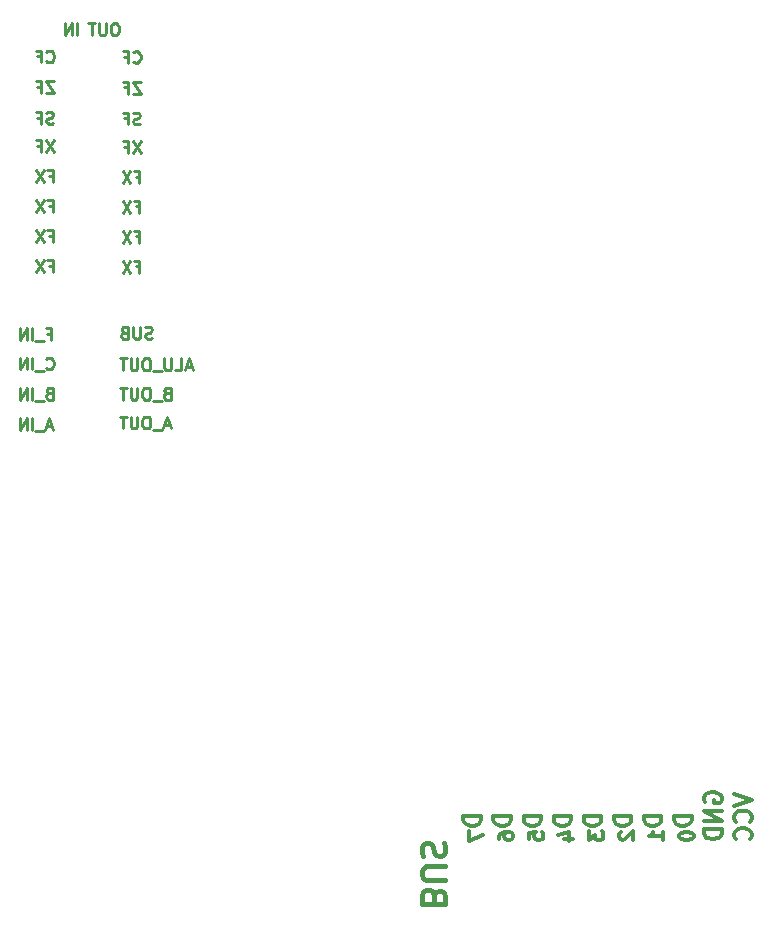
<source format=gbr>
%TF.GenerationSoftware,KiCad,Pcbnew,(6.0.5)*%
%TF.CreationDate,2023-06-09T01:00:48+03:00*%
%TF.ProjectId,Processor-ALU,50726f63-6573-4736-9f72-2d414c552e6b,rev?*%
%TF.SameCoordinates,Original*%
%TF.FileFunction,Legend,Bot*%
%TF.FilePolarity,Positive*%
%FSLAX46Y46*%
G04 Gerber Fmt 4.6, Leading zero omitted, Abs format (unit mm)*
G04 Created by KiCad (PCBNEW (6.0.5)) date 2023-06-09 01:00:48*
%MOMM*%
%LPD*%
G01*
G04 APERTURE LIST*
%ADD10C,0.250000*%
%ADD11C,0.300000*%
%ADD12C,0.400000*%
G04 APERTURE END LIST*
D10*
X89209523Y-71271427D02*
X89542856Y-71271427D01*
X89542856Y-71795236D02*
X89542856Y-70795236D01*
X89066666Y-70795236D01*
X88780951Y-70795236D02*
X88114285Y-71795236D01*
X88114285Y-70795236D02*
X88780951Y-71795236D01*
X81859523Y-71221427D02*
X82192856Y-71221427D01*
X82192856Y-71745236D02*
X82192856Y-70745236D01*
X81716666Y-70745236D01*
X81430951Y-70745236D02*
X80764285Y-71745236D01*
X80764285Y-70745236D02*
X81430951Y-71745236D01*
X89590475Y-66804761D02*
X89447618Y-66852380D01*
X89209523Y-66852380D01*
X89114285Y-66804761D01*
X89066666Y-66757142D01*
X89019047Y-66661904D01*
X89019047Y-66566666D01*
X89066666Y-66471428D01*
X89114285Y-66423809D01*
X89209523Y-66376190D01*
X89399999Y-66328571D01*
X89495237Y-66280952D01*
X89542856Y-66233333D01*
X89590475Y-66138095D01*
X89590475Y-66042857D01*
X89542856Y-65947619D01*
X89495237Y-65900000D01*
X89399999Y-65852380D01*
X89161904Y-65852380D01*
X89019047Y-65900000D01*
X88257142Y-66328571D02*
X88590475Y-66328571D01*
X88590475Y-66852380D02*
X88590475Y-65852380D01*
X88114285Y-65852380D01*
D11*
X118468577Y-125385714D02*
X116968577Y-125385714D01*
X116968577Y-125742857D01*
X117040006Y-125957142D01*
X117182863Y-126100000D01*
X117325720Y-126171428D01*
X117611434Y-126242857D01*
X117825720Y-126242857D01*
X118111434Y-126171428D01*
X118254291Y-126100000D01*
X118397148Y-125957142D01*
X118468577Y-125742857D01*
X118468577Y-125385714D01*
X117432863Y-126700000D02*
X117432863Y-127500000D01*
X118632863Y-126985714D01*
D12*
X114492857Y-132157142D02*
X114397619Y-131871428D01*
X114302380Y-131776190D01*
X114111904Y-131680952D01*
X113826190Y-131680952D01*
X113635714Y-131776190D01*
X113540476Y-131871428D01*
X113445238Y-132061904D01*
X113445238Y-132823809D01*
X115445238Y-132823809D01*
X115445238Y-132157142D01*
X115350000Y-131966666D01*
X115254761Y-131871428D01*
X115064285Y-131776190D01*
X114873809Y-131776190D01*
X114683333Y-131871428D01*
X114588095Y-131966666D01*
X114492857Y-132157142D01*
X114492857Y-132823809D01*
X115445238Y-130823809D02*
X113826190Y-130823809D01*
X113635714Y-130728571D01*
X113540476Y-130633333D01*
X113445238Y-130442857D01*
X113445238Y-130061904D01*
X113540476Y-129871428D01*
X113635714Y-129776190D01*
X113826190Y-129680952D01*
X115445238Y-129680952D01*
X113540476Y-128823809D02*
X113445238Y-128538095D01*
X113445238Y-128061904D01*
X113540476Y-127871428D01*
X113635714Y-127776190D01*
X113826190Y-127680952D01*
X114016666Y-127680952D01*
X114207142Y-127776190D01*
X114302380Y-127871428D01*
X114397619Y-128061904D01*
X114492857Y-128442857D01*
X114588095Y-128633333D01*
X114683333Y-128728571D01*
X114873809Y-128823809D01*
X115064285Y-128823809D01*
X115254761Y-128728571D01*
X115350000Y-128633333D01*
X115445238Y-128442857D01*
X115445238Y-127966666D01*
X115350000Y-127680952D01*
D10*
X92085714Y-92316666D02*
X91609523Y-92316666D01*
X92180952Y-92602380D02*
X91847618Y-91602380D01*
X91514285Y-92602380D01*
X91419047Y-92697619D02*
X90657142Y-92697619D01*
X90228571Y-91602380D02*
X90038095Y-91602380D01*
X89942856Y-91650000D01*
X89847618Y-91745238D01*
X89799999Y-91935714D01*
X89799999Y-92269047D01*
X89847618Y-92459523D01*
X89942856Y-92554761D01*
X90038095Y-92602380D01*
X90228571Y-92602380D01*
X90323809Y-92554761D01*
X90419047Y-92459523D01*
X90466666Y-92269047D01*
X90466666Y-91935714D01*
X90419047Y-91745238D01*
X90323809Y-91650000D01*
X90228571Y-91602380D01*
X89371428Y-91602380D02*
X89371428Y-92411904D01*
X89323809Y-92507142D01*
X89276190Y-92554761D01*
X89180952Y-92602380D01*
X88990475Y-92602380D01*
X88895237Y-92554761D01*
X88847618Y-92507142D01*
X88799999Y-92411904D01*
X88799999Y-91602380D01*
X88466666Y-91602380D02*
X87895237Y-91602380D01*
X88180952Y-92602380D02*
X88180952Y-91602380D01*
X81669047Y-61507142D02*
X81716666Y-61554761D01*
X81859523Y-61602380D01*
X81954761Y-61602380D01*
X82097619Y-61554761D01*
X82192857Y-61459523D01*
X82240476Y-61364285D01*
X82288095Y-61173809D01*
X82288095Y-61030952D01*
X82240476Y-60840476D01*
X82192857Y-60745238D01*
X82097619Y-60650000D01*
X81954761Y-60602380D01*
X81859523Y-60602380D01*
X81716666Y-60650000D01*
X81669047Y-60697619D01*
X80907142Y-61078571D02*
X81240476Y-61078571D01*
X81240476Y-61602380D02*
X81240476Y-60602380D01*
X80764285Y-60602380D01*
X81654762Y-87507142D02*
X81702381Y-87554761D01*
X81845238Y-87602380D01*
X81940476Y-87602380D01*
X82083333Y-87554761D01*
X82178571Y-87459523D01*
X82226190Y-87364285D01*
X82273809Y-87173809D01*
X82273809Y-87030952D01*
X82226190Y-86840476D01*
X82178571Y-86745238D01*
X82083333Y-86650000D01*
X81940476Y-86602380D01*
X81845238Y-86602380D01*
X81702381Y-86650000D01*
X81654762Y-86697619D01*
X81464286Y-87697619D02*
X80702381Y-87697619D01*
X80464286Y-87602380D02*
X80464286Y-86602380D01*
X79988095Y-87602380D02*
X79988095Y-86602380D01*
X79416667Y-87602380D01*
X79416667Y-86602380D01*
X87550000Y-58302380D02*
X87359523Y-58302380D01*
X87264285Y-58350000D01*
X87169047Y-58445238D01*
X87121428Y-58635714D01*
X87121428Y-58969047D01*
X87169047Y-59159523D01*
X87264285Y-59254761D01*
X87359523Y-59302380D01*
X87550000Y-59302380D01*
X87645238Y-59254761D01*
X87740476Y-59159523D01*
X87788095Y-58969047D01*
X87788095Y-58635714D01*
X87740476Y-58445238D01*
X87645238Y-58350000D01*
X87550000Y-58302380D01*
X86692857Y-58302380D02*
X86692857Y-59111904D01*
X86645238Y-59207142D01*
X86597619Y-59254761D01*
X86502380Y-59302380D01*
X86311904Y-59302380D01*
X86216666Y-59254761D01*
X86169047Y-59207142D01*
X86121428Y-59111904D01*
X86121428Y-58302380D01*
X85788095Y-58302380D02*
X85216666Y-58302380D01*
X85502380Y-59302380D02*
X85502380Y-58302380D01*
D11*
X128650797Y-125385714D02*
X127150797Y-125385714D01*
X127150797Y-125742857D01*
X127222226Y-125957142D01*
X127365083Y-126100000D01*
X127507940Y-126171428D01*
X127793654Y-126242857D01*
X128007940Y-126242857D01*
X128293654Y-126171428D01*
X128436511Y-126100000D01*
X128579368Y-125957142D01*
X128650797Y-125742857D01*
X128650797Y-125385714D01*
X127615083Y-126700000D02*
X127615083Y-127442857D01*
X128072226Y-127042857D01*
X128072226Y-127214285D01*
X128129368Y-127328571D01*
X128186511Y-127385714D01*
X128300797Y-127442857D01*
X128586511Y-127442857D01*
X128700797Y-127385714D01*
X128757940Y-127328571D01*
X128815083Y-127214285D01*
X128815083Y-126871428D01*
X128757940Y-126757142D01*
X128700797Y-126700000D01*
D10*
X82130952Y-92416666D02*
X81654761Y-92416666D01*
X82226190Y-92702380D02*
X81892857Y-91702380D01*
X81559523Y-92702380D01*
X81464285Y-92797619D02*
X80702380Y-92797619D01*
X80464285Y-92702380D02*
X80464285Y-91702380D01*
X79988095Y-92702380D02*
X79988095Y-91702380D01*
X79416666Y-92702380D01*
X79416666Y-91702380D01*
X89209523Y-78878571D02*
X89542856Y-78878571D01*
X89542856Y-79402380D02*
X89542856Y-78402380D01*
X89066666Y-78402380D01*
X88780951Y-78402380D02*
X88114285Y-79402380D01*
X88114285Y-78402380D02*
X88780951Y-79402380D01*
X90609523Y-84954761D02*
X90466666Y-85002380D01*
X90228571Y-85002380D01*
X90133333Y-84954761D01*
X90085714Y-84907142D01*
X90038095Y-84811904D01*
X90038095Y-84716666D01*
X90085714Y-84621428D01*
X90133333Y-84573809D01*
X90228571Y-84526190D01*
X90419047Y-84478571D01*
X90514285Y-84430952D01*
X90561904Y-84383333D01*
X90609523Y-84288095D01*
X90609523Y-84192857D01*
X90561904Y-84097619D01*
X90514285Y-84050000D01*
X90419047Y-84002380D01*
X90180952Y-84002380D01*
X90038095Y-84050000D01*
X89609523Y-84002380D02*
X89609523Y-84811904D01*
X89561904Y-84907142D01*
X89514285Y-84954761D01*
X89419047Y-85002380D01*
X89228571Y-85002380D01*
X89133333Y-84954761D01*
X89085714Y-84907142D01*
X89038095Y-84811904D01*
X89038095Y-84002380D01*
X88228571Y-84478571D02*
X88085714Y-84526190D01*
X88038095Y-84573809D01*
X87990476Y-84669047D01*
X87990476Y-84811904D01*
X88038095Y-84907142D01*
X88085714Y-84954761D01*
X88180952Y-85002380D01*
X88561904Y-85002380D01*
X88561904Y-84002380D01*
X88228571Y-84002380D01*
X88133333Y-84050000D01*
X88085714Y-84097619D01*
X88038095Y-84192857D01*
X88038095Y-84288095D01*
X88085714Y-84383333D01*
X88133333Y-84430952D01*
X88228571Y-84478571D01*
X88561904Y-84478571D01*
D11*
X121014132Y-125385714D02*
X119514132Y-125385714D01*
X119514132Y-125742857D01*
X119585561Y-125957142D01*
X119728418Y-126100000D01*
X119871275Y-126171428D01*
X120156989Y-126242857D01*
X120371275Y-126242857D01*
X120656989Y-126171428D01*
X120799846Y-126100000D01*
X120942703Y-125957142D01*
X121014132Y-125742857D01*
X121014132Y-125385714D01*
X119978418Y-127328571D02*
X119978418Y-127100000D01*
X120035561Y-126985714D01*
X120092703Y-126928571D01*
X120264132Y-126814285D01*
X120492703Y-126757142D01*
X120949846Y-126757142D01*
X121064132Y-126814285D01*
X121121275Y-126871428D01*
X121178418Y-126985714D01*
X121178418Y-127214285D01*
X121121275Y-127328571D01*
X121064132Y-127385714D01*
X120949846Y-127442857D01*
X120664132Y-127442857D01*
X120549846Y-127385714D01*
X120492703Y-127328571D01*
X120435561Y-127214285D01*
X120435561Y-126985714D01*
X120492703Y-126871428D01*
X120549846Y-126814285D01*
X120664132Y-126757142D01*
D10*
X81859523Y-73757141D02*
X82192856Y-73757141D01*
X82192856Y-74280950D02*
X82192856Y-73280950D01*
X81716666Y-73280950D01*
X81430951Y-73280950D02*
X80764285Y-74280950D01*
X80764285Y-73280950D02*
X81430951Y-74280950D01*
X84273809Y-59302380D02*
X84273809Y-58302380D01*
X83797619Y-59302380D02*
X83797619Y-58302380D01*
X83226190Y-59302380D01*
X83226190Y-58302380D01*
D11*
X136287462Y-125385714D02*
X134787462Y-125385714D01*
X134787462Y-125742857D01*
X134858891Y-125957142D01*
X135001748Y-126100000D01*
X135144605Y-126171428D01*
X135430319Y-126242857D01*
X135644605Y-126242857D01*
X135930319Y-126171428D01*
X136073176Y-126100000D01*
X136216033Y-125957142D01*
X136287462Y-125742857D01*
X136287462Y-125385714D01*
X135251748Y-127042857D02*
X135251748Y-127157142D01*
X135308891Y-127271428D01*
X135366033Y-127328571D01*
X135480319Y-127385714D01*
X135708891Y-127442857D01*
X135994605Y-127442857D01*
X136223176Y-127385714D01*
X136337462Y-127328571D01*
X136394605Y-127271428D01*
X136451748Y-127157142D01*
X136451748Y-127042857D01*
X136394605Y-126928571D01*
X136337462Y-126871428D01*
X136223176Y-126814285D01*
X135994605Y-126757142D01*
X135708891Y-126757142D01*
X135480319Y-126814285D01*
X135366033Y-126871428D01*
X135308891Y-126928571D01*
X135251748Y-127042857D01*
X139878572Y-123528571D02*
X141378572Y-124028571D01*
X139878572Y-124528571D01*
X141235715Y-125885713D02*
X141307143Y-125814285D01*
X141378572Y-125599999D01*
X141378572Y-125457142D01*
X141307143Y-125242856D01*
X141164286Y-125099999D01*
X141021429Y-125028571D01*
X140735715Y-124957142D01*
X140521429Y-124957142D01*
X140235715Y-125028571D01*
X140092858Y-125099999D01*
X139950001Y-125242856D01*
X139878572Y-125457142D01*
X139878572Y-125599999D01*
X139950001Y-125814285D01*
X140021429Y-125885713D01*
X141235715Y-127385713D02*
X141307143Y-127314285D01*
X141378572Y-127099999D01*
X141378572Y-126957142D01*
X141307143Y-126742856D01*
X141164286Y-126599999D01*
X141021429Y-126528571D01*
X140735715Y-126457142D01*
X140521429Y-126457142D01*
X140235715Y-126528571D01*
X140092858Y-126599999D01*
X139950001Y-126742856D01*
X139878572Y-126957142D01*
X139878572Y-127099999D01*
X139950001Y-127314285D01*
X140021429Y-127385713D01*
X131196352Y-125385714D02*
X129696352Y-125385714D01*
X129696352Y-125742857D01*
X129767781Y-125957142D01*
X129910638Y-126100000D01*
X130053495Y-126171428D01*
X130339209Y-126242857D01*
X130553495Y-126242857D01*
X130839209Y-126171428D01*
X130982066Y-126100000D01*
X131124923Y-125957142D01*
X131196352Y-125742857D01*
X131196352Y-125385714D01*
X130274923Y-126757142D02*
X130217781Y-126814285D01*
X130160638Y-126928571D01*
X130160638Y-127214285D01*
X130217781Y-127328571D01*
X130274923Y-127385714D01*
X130389209Y-127442857D01*
X130503495Y-127442857D01*
X130674923Y-127385714D01*
X131360638Y-126700000D01*
X131360638Y-127442857D01*
D10*
X91847619Y-89628571D02*
X91704762Y-89676190D01*
X91657143Y-89723809D01*
X91609524Y-89819047D01*
X91609524Y-89961904D01*
X91657143Y-90057142D01*
X91704762Y-90104761D01*
X91800000Y-90152380D01*
X92180952Y-90152380D01*
X92180952Y-89152380D01*
X91847619Y-89152380D01*
X91752381Y-89200000D01*
X91704762Y-89247619D01*
X91657143Y-89342857D01*
X91657143Y-89438095D01*
X91704762Y-89533333D01*
X91752381Y-89580952D01*
X91847619Y-89628571D01*
X92180952Y-89628571D01*
X91419047Y-90247619D02*
X90657143Y-90247619D01*
X90228571Y-89152380D02*
X90038095Y-89152380D01*
X89942857Y-89200000D01*
X89847619Y-89295238D01*
X89800000Y-89485714D01*
X89800000Y-89819047D01*
X89847619Y-90009523D01*
X89942857Y-90104761D01*
X90038095Y-90152380D01*
X90228571Y-90152380D01*
X90323809Y-90104761D01*
X90419047Y-90009523D01*
X90466666Y-89819047D01*
X90466666Y-89485714D01*
X90419047Y-89295238D01*
X90323809Y-89200000D01*
X90228571Y-89152380D01*
X89371428Y-89152380D02*
X89371428Y-89961904D01*
X89323809Y-90057142D01*
X89276190Y-90104761D01*
X89180952Y-90152380D01*
X88990476Y-90152380D01*
X88895238Y-90104761D01*
X88847619Y-90057142D01*
X88800000Y-89961904D01*
X88800000Y-89152380D01*
X88466666Y-89152380D02*
X87895238Y-89152380D01*
X88180952Y-90152380D02*
X88180952Y-89152380D01*
X82288094Y-63202380D02*
X81621428Y-63202380D01*
X82288094Y-64202380D01*
X81621428Y-64202380D01*
X80907142Y-63678571D02*
X81240475Y-63678571D01*
X81240475Y-64202380D02*
X81240475Y-63202380D01*
X80764285Y-63202380D01*
X89209523Y-76342855D02*
X89542856Y-76342855D01*
X89542856Y-76866664D02*
X89542856Y-75866664D01*
X89066666Y-75866664D01*
X88780951Y-75866664D02*
X88114285Y-76866664D01*
X88114285Y-75866664D02*
X88780951Y-76866664D01*
D11*
X133741907Y-125385714D02*
X132241907Y-125385714D01*
X132241907Y-125742857D01*
X132313336Y-125957142D01*
X132456193Y-126100000D01*
X132599050Y-126171428D01*
X132884764Y-126242857D01*
X133099050Y-126242857D01*
X133384764Y-126171428D01*
X133527621Y-126100000D01*
X133670478Y-125957142D01*
X133741907Y-125742857D01*
X133741907Y-125385714D01*
X133906193Y-127442857D02*
X133906193Y-126757142D01*
X133906193Y-127100000D02*
X132706193Y-127100000D01*
X132877621Y-126985714D01*
X132991907Y-126871428D01*
X133049050Y-126757142D01*
D10*
X82288094Y-68209522D02*
X81621428Y-69209522D01*
X81621428Y-68209522D02*
X82288094Y-69209522D01*
X80907142Y-68685713D02*
X81240475Y-68685713D01*
X81240475Y-69209522D02*
X81240475Y-68209522D01*
X80764285Y-68209522D01*
X89209523Y-73807141D02*
X89542856Y-73807141D01*
X89542856Y-74330950D02*
X89542856Y-73330950D01*
X89066666Y-73330950D01*
X88780951Y-73330950D02*
X88114285Y-74330950D01*
X88114285Y-73330950D02*
X88780951Y-74330950D01*
X89638094Y-68259522D02*
X88971428Y-69259522D01*
X88971428Y-68259522D02*
X89638094Y-69259522D01*
X88257142Y-68735713D02*
X88590475Y-68735713D01*
X88590475Y-69259522D02*
X88590475Y-68259522D01*
X88114285Y-68259522D01*
X81892857Y-89628571D02*
X81750000Y-89676190D01*
X81702381Y-89723809D01*
X81654762Y-89819047D01*
X81654762Y-89961904D01*
X81702381Y-90057142D01*
X81750000Y-90104761D01*
X81845238Y-90152380D01*
X82226190Y-90152380D01*
X82226190Y-89152380D01*
X81892857Y-89152380D01*
X81797619Y-89200000D01*
X81750000Y-89247619D01*
X81702381Y-89342857D01*
X81702381Y-89438095D01*
X81750000Y-89533333D01*
X81797619Y-89580952D01*
X81892857Y-89628571D01*
X82226190Y-89628571D01*
X81464286Y-90247619D02*
X80702381Y-90247619D01*
X80464286Y-90152380D02*
X80464286Y-89152380D01*
X79988095Y-90152380D02*
X79988095Y-89152380D01*
X79416667Y-90152380D01*
X79416667Y-89152380D01*
X89638094Y-63252380D02*
X88971428Y-63252380D01*
X89638094Y-64252380D01*
X88971428Y-64252380D01*
X88257142Y-63728571D02*
X88590475Y-63728571D01*
X88590475Y-64252380D02*
X88590475Y-63252380D01*
X88114285Y-63252380D01*
X81750000Y-84578571D02*
X82083333Y-84578571D01*
X82083333Y-85102380D02*
X82083333Y-84102380D01*
X81607142Y-84102380D01*
X81464285Y-85197619D02*
X80702380Y-85197619D01*
X80464285Y-85102380D02*
X80464285Y-84102380D01*
X79988095Y-85102380D02*
X79988095Y-84102380D01*
X79416666Y-85102380D01*
X79416666Y-84102380D01*
X82240475Y-66754761D02*
X82097618Y-66802380D01*
X81859523Y-66802380D01*
X81764285Y-66754761D01*
X81716666Y-66707142D01*
X81669047Y-66611904D01*
X81669047Y-66516666D01*
X81716666Y-66421428D01*
X81764285Y-66373809D01*
X81859523Y-66326190D01*
X82049999Y-66278571D01*
X82145237Y-66230952D01*
X82192856Y-66183333D01*
X82240475Y-66088095D01*
X82240475Y-65992857D01*
X82192856Y-65897619D01*
X82145237Y-65850000D01*
X82049999Y-65802380D01*
X81811904Y-65802380D01*
X81669047Y-65850000D01*
X80907142Y-66278571D02*
X81240475Y-66278571D01*
X81240475Y-66802380D02*
X81240475Y-65802380D01*
X80764285Y-65802380D01*
X81859523Y-78828571D02*
X82192856Y-78828571D01*
X82192856Y-79352380D02*
X82192856Y-78352380D01*
X81716666Y-78352380D01*
X81430951Y-78352380D02*
X80764285Y-79352380D01*
X80764285Y-78352380D02*
X81430951Y-79352380D01*
X93942856Y-87391666D02*
X93466666Y-87391666D01*
X94038094Y-87677380D02*
X93704761Y-86677380D01*
X93371427Y-87677380D01*
X92561904Y-87677380D02*
X93038094Y-87677380D01*
X93038094Y-86677380D01*
X92228570Y-86677380D02*
X92228570Y-87486904D01*
X92180951Y-87582142D01*
X92133332Y-87629761D01*
X92038094Y-87677380D01*
X91847618Y-87677380D01*
X91752380Y-87629761D01*
X91704761Y-87582142D01*
X91657142Y-87486904D01*
X91657142Y-86677380D01*
X91419046Y-87772619D02*
X90657142Y-87772619D01*
X90228570Y-86677380D02*
X90038094Y-86677380D01*
X89942856Y-86725000D01*
X89847618Y-86820238D01*
X89799999Y-87010714D01*
X89799999Y-87344047D01*
X89847618Y-87534523D01*
X89942856Y-87629761D01*
X90038094Y-87677380D01*
X90228570Y-87677380D01*
X90323808Y-87629761D01*
X90419046Y-87534523D01*
X90466666Y-87344047D01*
X90466666Y-87010714D01*
X90419046Y-86820238D01*
X90323808Y-86725000D01*
X90228570Y-86677380D01*
X89371427Y-86677380D02*
X89371427Y-87486904D01*
X89323808Y-87582142D01*
X89276189Y-87629761D01*
X89180951Y-87677380D01*
X88990475Y-87677380D01*
X88895237Y-87629761D01*
X88847618Y-87582142D01*
X88799999Y-87486904D01*
X88799999Y-86677380D01*
X88466666Y-86677380D02*
X87895237Y-86677380D01*
X88180951Y-87677380D02*
X88180951Y-86677380D01*
D11*
X123559687Y-125385714D02*
X122059687Y-125385714D01*
X122059687Y-125742857D01*
X122131116Y-125957142D01*
X122273973Y-126100000D01*
X122416830Y-126171428D01*
X122702544Y-126242857D01*
X122916830Y-126242857D01*
X123202544Y-126171428D01*
X123345401Y-126100000D01*
X123488258Y-125957142D01*
X123559687Y-125742857D01*
X123559687Y-125385714D01*
X122523973Y-127385714D02*
X122523973Y-126814285D01*
X123095401Y-126757142D01*
X123038258Y-126814285D01*
X122981116Y-126928571D01*
X122981116Y-127214285D01*
X123038258Y-127328571D01*
X123095401Y-127385714D01*
X123209687Y-127442857D01*
X123495401Y-127442857D01*
X123609687Y-127385714D01*
X123666830Y-127328571D01*
X123723973Y-127214285D01*
X123723973Y-126928571D01*
X123666830Y-126814285D01*
X123609687Y-126757142D01*
D10*
X81859523Y-76292855D02*
X82192856Y-76292855D01*
X82192856Y-76816664D02*
X82192856Y-75816664D01*
X81716666Y-75816664D01*
X81430951Y-75816664D02*
X80764285Y-76816664D01*
X80764285Y-75816664D02*
X81430951Y-76816664D01*
X89019047Y-61557142D02*
X89066666Y-61604761D01*
X89209523Y-61652380D01*
X89304761Y-61652380D01*
X89447619Y-61604761D01*
X89542857Y-61509523D01*
X89590476Y-61414285D01*
X89638095Y-61223809D01*
X89638095Y-61080952D01*
X89590476Y-60890476D01*
X89542857Y-60795238D01*
X89447619Y-60700000D01*
X89304761Y-60652380D01*
X89209523Y-60652380D01*
X89066666Y-60700000D01*
X89019047Y-60747619D01*
X88257142Y-61128571D02*
X88590476Y-61128571D01*
X88590476Y-61652380D02*
X88590476Y-60652380D01*
X88114285Y-60652380D01*
D11*
X126105242Y-125385714D02*
X124605242Y-125385714D01*
X124605242Y-125742857D01*
X124676671Y-125957142D01*
X124819528Y-126100000D01*
X124962385Y-126171428D01*
X125248099Y-126242857D01*
X125462385Y-126242857D01*
X125748099Y-126171428D01*
X125890956Y-126100000D01*
X126033813Y-125957142D01*
X126105242Y-125742857D01*
X126105242Y-125385714D01*
X125469528Y-127328571D02*
X126269528Y-127328571D01*
X125012385Y-127042857D02*
X125869528Y-126757142D01*
X125869528Y-127500000D01*
X137404446Y-124242856D02*
X137333017Y-124099999D01*
X137333017Y-123885714D01*
X137404446Y-123671428D01*
X137547303Y-123528571D01*
X137690160Y-123457142D01*
X137975874Y-123385714D01*
X138190160Y-123385714D01*
X138475874Y-123457142D01*
X138618731Y-123528571D01*
X138761588Y-123671428D01*
X138833017Y-123885714D01*
X138833017Y-124028571D01*
X138761588Y-124242856D01*
X138690160Y-124314285D01*
X138190160Y-124314285D01*
X138190160Y-124028571D01*
X138833017Y-124957142D02*
X137333017Y-124957142D01*
X138833017Y-125814285D01*
X137333017Y-125814285D01*
X138833017Y-126528571D02*
X137333017Y-126528571D01*
X137333017Y-126885714D01*
X137404446Y-127099999D01*
X137547303Y-127242856D01*
X137690160Y-127314285D01*
X137975874Y-127385714D01*
X138190160Y-127385714D01*
X138475874Y-127314285D01*
X138618731Y-127242856D01*
X138761588Y-127099999D01*
X138833017Y-126885714D01*
X138833017Y-126528571D01*
M02*

</source>
